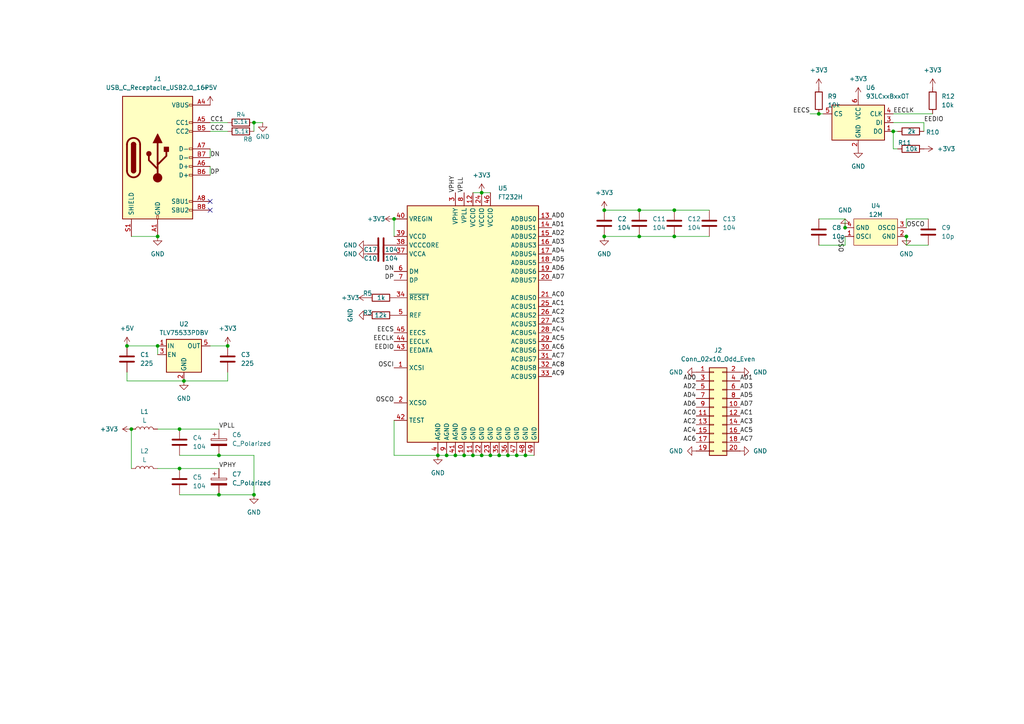
<source format=kicad_sch>
(kicad_sch (version 20231120) (generator "eeschema") (generator_version "8.0")
  (paper "A4")
  (lib_symbols
    (symbol "Connector:USB_C_Receptacle_USB2.0_16P" (pin_names (offset 1.016))
      (property "Reference" "J" (at 0 22.225 0))
      (property "Value" "USB_C_Receptacle_USB2.0_16P" (at 0 19.685 0))
      (symbol "USB_C_Receptacle_USB2.0_16P_0_0"
        (rectangle (start -0.254 -17.78) (end 0.254 -16.764))
        (rectangle (start 10.16 -14.986) (end 9.144 -15.494))
        (rectangle (start 10.16 -12.446) (end 9.144 -12.954))
        (rectangle (start 10.16 -4.826) (end 9.144 -5.334))
        (rectangle (start 10.16 -2.286) (end 9.144 -2.794))
        (rectangle (start 10.16 0.254) (end 9.144 -0.254))
        (rectangle (start 10.16 2.794) (end 9.144 2.286))
        (rectangle (start 10.16 7.874) (end 9.144 7.366))
        (rectangle (start 10.16 10.414) (end 9.144 9.906))
        (rectangle (start 10.16 15.494) (end 9.144 14.986))
      )
      (symbol "USB_C_Receptacle_USB2.0_16P_0_1"
        (rectangle (start -10.16 17.78) (end 10.16 -17.78) (stroke (width 0.254)) (fill (type background)))
        (arc (start -8.89 -3.81) (mid -6.985 -5.7067) (end -5.08 -3.81) (stroke (width 0.508)))
        (arc (start -7.62 -3.81) (mid -6.985 -4.4423) (end -6.35 -3.81) (stroke (width 0.254)))
        (arc (start -7.62 -3.81) (mid -6.985 -4.4423) (end -6.35 -3.81) (stroke (width 0.254)) (fill (type outline)))
        (rectangle (start -7.62 -3.81) (end -6.35 3.81) (stroke (width 0.254)) (fill (type outline)))
        (arc (start -6.35 3.81) (mid -6.985 4.4423) (end -7.62 3.81) (stroke (width 0.254)))
        (arc (start -6.35 3.81) (mid -6.985 4.4423) (end -7.62 3.81) (stroke (width 0.254)) (fill (type outline)))
        (arc (start -5.08 3.81) (mid -6.985 5.7067) (end -8.89 3.81) (stroke (width 0.508)))
        (circle (center -2.54 1.143) (radius 0.635) (stroke (width 0.254)) (fill (type outline)))
        (circle (center 0 -5.842) (radius 1.27) (fill (type outline)))
        (polyline (pts (xy -8.89 -3.81) (xy -8.89 3.81)) (stroke (width 0.508)))
        (polyline (pts (xy -5.08 3.81) (xy -5.08 -3.81)) (stroke (width 0.508)))
        (polyline (pts (xy 0 -5.842) (xy 0 4.318)) (stroke (width 0.508)))
        (polyline (pts (xy 0 -3.302) (xy -2.54 -0.762) (xy -2.54 0.508)) (stroke (width 0.508)))
        (polyline (pts (xy 0 -2.032) (xy 2.54 0.508) (xy 2.54 1.778)) (stroke (width 0.508)))
        (polyline (pts (xy -1.27 4.318) (xy 0 6.858) (xy 1.27 4.318) (xy -1.27 4.318)) (stroke (width 0.254)) (fill (type outline)))
        (rectangle (start 1.905 1.778) (end 3.175 3.048) (stroke (width 0.254)) (fill (type outline)))
      )
      (symbol "USB_C_Receptacle_USB2.0_16P_1_1"
        (pin passive line (at 0 -22.86 90) (length 5.08) (name "GND") (number "A1"))
        (pin passive line (at 0 -22.86 90) (length 5.08) hide (name "GND") (number "A12"))
        (pin passive line (at 15.24 15.24 180) (length 5.08) (name "VBUS") (number "A4"))
        (pin bidirectional line (at 15.24 10.16 180) (length 5.08) (name "CC1") (number "A5"))
        (pin bidirectional line (at 15.24 -2.54 180) (length 5.08) (name "D+") (number "A6"))
        (pin bidirectional line (at 15.24 2.54 180) (length 5.08) (name "D-") (number "A7"))
        (pin bidirectional line (at 15.24 -12.7 180) (length 5.08) (name "SBU1") (number "A8"))
        (pin passive line (at 15.24 15.24 180) (length 5.08) hide (name "VBUS") (number "A9"))
        (pin passive line (at 0 -22.86 90) (length 5.08) hide (name "GND") (number "B1"))
        (pin passive line (at 0 -22.86 90) (length 5.08) hide (name "GND") (number "B12"))
        (pin passive line (at 15.24 15.24 180) (length 5.08) hide (name "VBUS") (number "B4"))
        (pin bidirectional line (at 15.24 7.62 180) (length 5.08) (name "CC2") (number "B5"))
        (pin bidirectional line (at 15.24 -5.08 180) (length 5.08) (name "D+") (number "B6"))
        (pin bidirectional line (at 15.24 0 180) (length 5.08) (name "D-") (number "B7"))
        (pin bidirectional line (at 15.24 -15.24 180) (length 5.08) (name "SBU2") (number "B8"))
        (pin passive line (at 15.24 15.24 180) (length 5.08) hide (name "VBUS") (number "B9"))
        (pin passive line (at -7.62 -22.86 90) (length 5.08) (name "SHIELD") (number "S1"))
      )
    )
    (symbol "Connector_Generic:Conn_02x10_Odd_Even" (pin_names (offset 1.016) hide)
      (property "Reference" "J" (at 1.27 12.7 0))
      (property "Value" "Conn_02x10_Odd_Even" (at 1.27 -15.24 0))
      (symbol "Conn_02x10_Odd_Even_1_1"
        (rectangle (start -1.27 -12.573) (end 0 -12.827) (stroke (width 0.1524)))
        (rectangle (start -1.27 -10.033) (end 0 -10.287) (stroke (width 0.1524)))
        (rectangle (start -1.27 -7.493) (end 0 -7.747) (stroke (width 0.1524)))
        (rectangle (start -1.27 -4.953) (end 0 -5.207) (stroke (width 0.1524)))
        (rectangle (start -1.27 -2.413) (end 0 -2.667) (stroke (width 0.1524)))
        (rectangle (start -1.27 0.127) (end 0 -0.127) (stroke (width 0.1524)))
        (rectangle (start -1.27 2.667) (end 0 2.413) (stroke (width 0.1524)))
        (rectangle (start -1.27 5.207) (end 0 4.953) (stroke (width 0.1524)))
        (rectangle (start -1.27 7.747) (end 0 7.493) (stroke (width 0.1524)))
        (rectangle (start -1.27 10.287) (end 0 10.033) (stroke (width 0.1524)))
        (rectangle (start -1.27 11.43) (end 3.81 -13.97) (stroke (width 0.254)) (fill (type background)))
        (rectangle (start 3.81 -12.573) (end 2.54 -12.827) (stroke (width 0.1524)))
        (rectangle (start 3.81 -10.033) (end 2.54 -10.287) (stroke (width 0.1524)))
        (rectangle (start 3.81 -7.493) (end 2.54 -7.747) (stroke (width 0.1524)))
        (rectangle (start 3.81 -4.953) (end 2.54 -5.207) (stroke (width 0.1524)))
        (rectangle (start 3.81 -2.413) (end 2.54 -2.667) (stroke (width 0.1524)))
        (rectangle (start 3.81 0.127) (end 2.54 -0.127) (stroke (width 0.1524)))
        (rectangle (start 3.81 2.667) (end 2.54 2.413) (stroke (width 0.1524)))
        (rectangle (start 3.81 5.207) (end 2.54 4.953) (stroke (width 0.1524)))
        (rectangle (start 3.81 7.747) (end 2.54 7.493) (stroke (width 0.1524)))
        (rectangle (start 3.81 10.287) (end 2.54 10.033) (stroke (width 0.1524)))
        (pin passive line (at -5.08 10.16 0) (length 3.81) (name "Pin_1") (number "1"))
        (pin passive line (at 7.62 0 180) (length 3.81) (name "Pin_10") (number "10"))
        (pin passive line (at -5.08 -2.54 0) (length 3.81) (name "Pin_11") (number "11"))
        (pin passive line (at 7.62 -2.54 180) (length 3.81) (name "Pin_12") (number "12"))
        (pin passive line (at -5.08 -5.08 0) (length 3.81) (name "Pin_13") (number "13"))
        (pin passive line (at 7.62 -5.08 180) (length 3.81) (name "Pin_14") (number "14"))
        (pin passive line (at -5.08 -7.62 0) (length 3.81) (name "Pin_15") (number "15"))
        (pin passive line (at 7.62 -7.62 180) (length 3.81) (name "Pin_16") (number "16"))
        (pin passive line (at -5.08 -10.16 0) (length 3.81) (name "Pin_17") (number "17"))
        (pin passive line (at 7.62 -10.16 180) (length 3.81) (name "Pin_18") (number "18"))
        (pin passive line (at -5.08 -12.7 0) (length 3.81) (name "Pin_19") (number "19"))
        (pin passive line (at 7.62 10.16 180) (length 3.81) (name "Pin_2") (number "2"))
        (pin passive line (at 7.62 -12.7 180) (length 3.81) (name "Pin_20") (number "20"))
        (pin passive line (at -5.08 7.62 0) (length 3.81) (name "Pin_3") (number "3"))
        (pin passive line (at 7.62 7.62 180) (length 3.81) (name "Pin_4") (number "4"))
        (pin passive line (at -5.08 5.08 0) (length 3.81) (name "Pin_5") (number "5"))
        (pin passive line (at 7.62 5.08 180) (length 3.81) (name "Pin_6") (number "6"))
        (pin passive line (at -5.08 2.54 0) (length 3.81) (name "Pin_7") (number "7"))
        (pin passive line (at 7.62 2.54 180) (length 3.81) (name "Pin_8") (number "8"))
        (pin passive line (at -5.08 0 0) (length 3.81) (name "Pin_9") (number "9"))
      )
    )
    (symbol "Device:C" (pin_numbers hide) (pin_names (offset 0.254))
      (property "Reference" "C" (at 0.635 2.54 0))
      (property "Value" "C" (at 0.635 -2.54 0))
      (symbol "C_0_1"
        (polyline (pts (xy -2.032 -0.762) (xy 2.032 -0.762)) (stroke (width 0.508)))
        (polyline (pts (xy -2.032 0.762) (xy 2.032 0.762)) (stroke (width 0.508)))
      )
      (symbol "C_1_1"
        (pin passive line (at 0 3.81 270) (length 2.794) (name "~") (number "1"))
        (pin passive line (at 0 -3.81 90) (length 2.794) (name "~") (number "2"))
      )
    )
    (symbol "Device:C_Polarized" (pin_numbers hide) (pin_names (offset 0.254))
      (property "Reference" "C" (at 0.635 2.54 0))
      (property "Value" "C_Polarized" (at 0.635 -2.54 0))
      (symbol "C_Polarized_0_1"
        (rectangle (start -2.286 0.508) (end 2.286 1.016))
        (polyline (pts (xy -1.778 2.286) (xy -0.762 2.286)))
        (polyline (pts (xy -1.27 2.794) (xy -1.27 1.778)))
        (rectangle (start 2.286 -0.508) (end -2.286 -1.016) (fill (type outline)))
      )
      (symbol "C_Polarized_1_1"
        (pin passive line (at 0 3.81 270) (length 2.794) (name "~") (number "1"))
        (pin passive line (at 0 -3.81 90) (length 2.794) (name "~") (number "2"))
      )
    )
    (symbol "Device:L" (pin_numbers hide) (pin_names (offset 1.016) hide)
      (property "Reference" "L" (at -1.27 0 90))
      (property "Value" "L" (at 1.905 0 90))
      (symbol "L_0_1"
        (arc (start 0 -2.54) (mid 0.6323 -1.905) (end 0 -1.27))
        (arc (start 0 -1.27) (mid 0.6323 -0.635) (end 0 0))
        (arc (start 0 0) (mid 0.6323 0.635) (end 0 1.27))
        (arc (start 0 1.27) (mid 0.6323 1.905) (end 0 2.54))
      )
      (symbol "L_1_1"
        (pin passive line (at 0 3.81 270) (length 1.27) (name "1") (number "1"))
        (pin passive line (at 0 -3.81 90) (length 1.27) (name "2") (number "2"))
      )
    )
    (symbol "Device:R" (pin_numbers hide) (pin_names (offset 0))
      (property "Reference" "R" (at 2.032 0 90))
      (property "Value" "R" (at 0 0 90))
      (symbol "R_0_1"
        (rectangle (start -1.016 -2.54) (end 1.016 2.54) (stroke (width 0.254)))
      )
      (symbol "R_1_1"
        (pin passive line (at 0 3.81 270) (length 1.27) (name "~") (number "1"))
        (pin passive line (at 0 -3.81 90) (length 1.27) (name "~") (number "2"))
      )
    )
    (symbol "Interface_USB:FT232H"
      (property "Reference" "U5" (at 7.2741 39.37 0))
      (property "Value" "FT232H" (at 7.2741 36.83 0))
      (symbol "FT232H_0_1"
        (rectangle (start -19.05 34.29) (end 19.05 -34.29) (stroke (width 0.254)) (fill (type background)))
      )
      (symbol "FT232H_1_1"
        (pin input line (at -22.86 -12.7 0) (length 3.81) (name "XCSI") (number "1"))
        (pin power_in line (at -2.54 -38.1 90) (length 3.81) (name "GND") (number "10"))
        (pin power_in line (at 0 -38.1 90) (length 3.81) (name "GND") (number "11"))
        (pin power_in line (at 0 38.1 270) (length 3.81) (name "VCCIO") (number "12"))
        (pin bidirectional line (at 22.86 30.48 180) (length 3.81) (name "ADBUS0") (number "13"))
        (pin bidirectional line (at 22.86 27.94 180) (length 3.81) (name "ADBUS1") (number "14"))
        (pin bidirectional line (at 22.86 25.4 180) (length 3.81) (name "ADBUS2") (number "15"))
        (pin bidirectional line (at 22.86 22.86 180) (length 3.81) (name "ADBUS3") (number "16"))
        (pin bidirectional line (at 22.86 20.32 180) (length 3.81) (name "ADBUS4") (number "17"))
        (pin bidirectional line (at 22.86 17.78 180) (length 3.81) (name "ADBUS5") (number "18"))
        (pin bidirectional line (at 22.86 15.24 180) (length 3.81) (name "ADBUS6") (number "19"))
        (pin output line (at -22.86 -22.86 0) (length 3.81) (name "XCSO") (number "2"))
        (pin bidirectional line (at 22.86 12.7 180) (length 3.81) (name "ADBUS7") (number "20"))
        (pin bidirectional line (at 22.86 7.62 180) (length 3.81) (name "ACBUS0") (number "21"))
        (pin power_in line (at 2.54 -38.1 90) (length 3.81) (name "GND") (number "22"))
        (pin power_in line (at 5.08 -38.1 90) (length 3.81) (name "GND") (number "23"))
        (pin power_in line (at 2.54 38.1 270) (length 3.81) (name "VCCIO") (number "24"))
        (pin bidirectional line (at 22.86 5.08 180) (length 3.81) (name "ACBUS1") (number "25"))
        (pin bidirectional line (at 22.86 2.54 180) (length 3.81) (name "ACBUS2") (number "26"))
        (pin bidirectional line (at 22.86 0 180) (length 3.81) (name "ACBUS3") (number "27"))
        (pin bidirectional line (at 22.86 -2.54 180) (length 3.81) (name "ACBUS4") (number "28"))
        (pin bidirectional line (at 22.86 -5.08 180) (length 3.81) (name "ACBUS5") (number "29"))
        (pin power_in line (at -5.08 38.1 270) (length 3.81) (name "VPHY") (number "3"))
        (pin bidirectional line (at 22.86 -7.62 180) (length 3.81) (name "ACBUS6") (number "30"))
        (pin bidirectional line (at 22.86 -10.16 180) (length 3.81) (name "ACBUS7") (number "31"))
        (pin bidirectional line (at 22.86 -12.7 180) (length 3.81) (name "ACBUS8") (number "32"))
        (pin bidirectional line (at 22.86 -15.24 180) (length 3.81) (name "ACBUS9") (number "33"))
        (pin input line (at -22.86 7.62 0) (length 3.81) (name "~{RESET}") (number "34"))
        (pin power_in line (at 7.62 -38.1 90) (length 3.81) (name "GND") (number "35"))
        (pin power_in line (at 10.16 -38.1 90) (length 3.81) (name "GND") (number "36"))
        (pin power_out line (at -22.86 20.32 0) (length 3.81) (name "VCCA") (number "37"))
        (pin power_out line (at -22.86 22.86 0) (length 3.81) (name "VCCCORE") (number "38"))
        (pin power_in line (at -22.86 25.4 0) (length 3.81) (name "VCCD") (number "39"))
        (pin power_in line (at -10.16 -38.1 90) (length 3.81) (name "AGND") (number "4"))
        (pin power_in line (at -22.86 30.48 0) (length 3.81) (name "VREGIN") (number "40"))
        (pin power_in line (at -5.08 -38.1 90) (length 3.81) (name "AGND") (number "41"))
        (pin input line (at -22.86 -27.94 0) (length 3.81) (name "TEST") (number "42"))
        (pin bidirectional line (at -22.86 -7.62 0) (length 3.81) (name "EEDATA") (number "43"))
        (pin input line (at -22.86 -5.08 0) (length 3.81) (name "EECLK") (number "44"))
        (pin input line (at -22.86 -2.54 0) (length 3.81) (name "EECS") (number "45"))
        (pin power_in line (at 5.08 38.1 270) (length 3.81) (name "VCCIO") (number "46"))
        (pin power_in line (at 12.7 -38.1 90) (length 3.81) (name "GND") (number "47"))
        (pin power_in line (at 15.24 -38.1 90) (length 3.81) (name "GND") (number "48"))
        (pin power_in line (at 17.78 -38.1 90) (length 3.81) (name "GND") (number "49"))
        (pin input line (at -22.86 2.54 0) (length 3.81) (name "REF") (number "5"))
        (pin bidirectional line (at -22.86 15.24 0) (length 3.81) (name "DM") (number "6"))
        (pin bidirectional line (at -22.86 12.7 0) (length 3.81) (name "DP") (number "7"))
        (pin power_in line (at -2.54 38.1 270) (length 3.81) (name "VPLL") (number "8"))
        (pin power_in line (at -7.62 -38.1 90) (length 3.81) (name "AGND") (number "9"))
      )
    )
    (symbol "Memory_EEPROM:93LCxxBxxOT"
      (property "Reference" "U" (at -6.35 6.35 0))
      (property "Value" "93LCxxBxxOT" (at 7.62 -6.35 0))
      (symbol "93LCxxBxxOT_0_1"
        (rectangle (start -7.62 5.08) (end 7.62 -5.08) (stroke (width 0.254)) (fill (type background)))
      )
      (symbol "93LCxxBxxOT_1_1"
        (pin tri_state line (at 10.16 -2.54 180) (length 2.54) (name "DO") (number "1"))
        (pin power_in line (at 0 -7.62 90) (length 2.54) (name "GND") (number "2"))
        (pin input line (at 10.16 0 180) (length 2.54) (name "DI") (number "3"))
        (pin input line (at 10.16 2.54 180) (length 2.54) (name "CLK") (number "4"))
        (pin input line (at -10.16 2.54 0) (length 2.54) (name "CS") (number "5"))
        (pin power_in line (at 0 7.62 270) (length 2.54) (name "VCC") (number "6"))
      )
    )
    (symbol "Regulator_Linear:TLV75533PDBV" (pin_names (offset 0.254))
      (property "Reference" "U" (at -3.81 5.715 0))
      (property "Value" "TLV75533PDBV" (at 0 5.715 0))
      (symbol "TLV75533PDBV_0_1"
        (rectangle (start -5.08 4.445) (end 5.08 -5.08) (stroke (width 0.254)) (fill (type background)))
      )
      (symbol "TLV75533PDBV_1_1"
        (pin power_in line (at -7.62 2.54 0) (length 2.54) (name "IN") (number "1"))
        (pin power_in line (at 0 -7.62 90) (length 2.54) (name "GND") (number "2"))
        (pin input line (at -7.62 0 0) (length 2.54) (name "EN") (number "3"))
        (pin no_connect line (at 5.08 0 180) (length 2.54) hide (name "NC") (number "4"))
        (pin power_out line (at 7.62 2.54 180) (length 2.54) (name "OUT") (number "5"))
      )
    )
    (symbol "power:+3V3" (power) (pin_numbers hide) (pin_names (offset 0) hide)
      (property "Value" "+3V3" (at 0 3.556 0))
      (symbol "+3V3_0_1"
        (polyline (pts (xy -0.762 1.27) (xy 0 2.54)))
        (polyline (pts (xy 0 0) (xy 0 2.54)))
        (polyline (pts (xy 0 2.54) (xy 0.762 1.27)))
      )
      (symbol "+3V3_1_1"
        (pin power_in line (at 0 0 90) (length 0) (name "~") (number "1"))
      )
    )
    (symbol "power:+5V" (power) (pin_numbers hide) (pin_names (offset 0) hide)
      (property "Value" "+5V" (at 0 3.556 0))
      (symbol "+5V_0_1"
        (polyline (pts (xy -0.762 1.27) (xy 0 2.54)))
        (polyline (pts (xy 0 0) (xy 0 2.54)))
        (polyline (pts (xy 0 2.54) (xy 0.762 1.27)))
      )
      (symbol "+5V_1_1"
        (pin power_in line (at 0 0 90) (length 0) (name "~") (number "1"))
      )
    )
    (symbol "power:GND" (power) (pin_numbers hide) (pin_names (offset 0) hide)
      (property "Value" "GND" (at 0 -3.81 0))
      (symbol "GND_0_1"
        (polyline (pts (xy 0 0) (xy 0 -1.27) (xy 1.27 -1.27) (xy 0 -2.54) (xy -1.27 -1.27) (xy 0 -1.27)))
      )
      (symbol "GND_1_1"
        (pin power_in line (at 0 0 270) (length 0) (name "~") (number "1"))
      )
    )
    (symbol "self:OSC"
      (property "Reference" "U" (at 0 5.334 0))
      (symbol "OSC_1_1"
        (polyline (pts (xy -6.35 3.81) (xy -6.35 -3.81) (xy 6.35 -3.81) (xy 6.35 3.81) (xy -6.35 3.81)) (fill (type background)))
        (pin input line (at -8.89 -1.27 0) (length 2.54) (name "OSCI") (number "1"))
        (pin input line (at 8.89 -1.27 180) (length 2.54) (name "GND") (number "2"))
        (pin input line (at 8.89 1.27 180) (length 2.54) (name "OSCO") (number "3"))
        (pin input line (at -8.89 1.27 0) (length 2.54) (name "GND") (number "4"))
      )
    )
  )
  (junction (at 185.42 60.96))
  (junction (at 73.66 35.56))
  (junction (at 52.07 124.46))
  (junction (at 139.7 132.08))
  (junction (at 144.78 132.08))
  (junction (at 36.83 100.33))
  (junction (at 38.1 124.46))
  (junction (at 134.62 132.08))
  (junction (at 237.49 33.02))
  (junction (at 147.32 132.08))
  (junction (at 175.26 60.96))
  (junction (at 259.08 38.1))
  (junction (at 152.4 132.08))
  (junction (at 139.7 55.88))
  (junction (at 63.5 132.08))
  (junction (at 45.72 68.58))
  (junction (at 142.24 132.08))
  (junction (at 185.42 68.58))
  (junction (at 52.07 135.89))
  (junction (at 262.89 68.58))
  (junction (at 175.26 68.58))
  (junction (at 137.16 132.08))
  (junction (at 245.11 66.04))
  (junction (at 66.04 100.33))
  (junction (at 132.08 132.08))
  (junction (at 45.72 100.33))
  (junction (at 114.3 63.5))
  (junction (at 53.34 110.49))
  (junction (at 195.58 60.96))
  (junction (at 73.66 143.51))
  (junction (at 63.5 143.51))
  (junction (at 195.58 68.58))
  (junction (at 149.86 132.08))
  (junction (at 129.54 132.08))
  (junction (at 127 132.08))
  (no_connect (at 60.96 58.42))
  (no_connect (at 60.96 60.96))
  (wire (pts (xy 63.5 132.08) (xy 73.66 132.08)))
  (wire (pts (xy 127 132.08) (xy 129.54 132.08)))
  (wire (pts (xy 73.66 35.56) (xy 73.66 38.1)))
  (wire (pts (xy 260.35 38.1) (xy 259.08 38.1)))
  (wire (pts (xy 73.66 132.08) (xy 73.66 143.51)))
  (wire (pts (xy 132.08 132.08) (xy 134.62 132.08)))
  (wire (pts (xy 38.1 124.46) (xy 38.1 135.89)))
  (wire (pts (xy 237.49 33.02) (xy 238.76 33.02)))
  (wire (pts (xy 152.4 132.08) (xy 154.94 132.08)))
  (wire (pts (xy 60.96 38.1) (xy 66.04 38.1)))
  (wire (pts (xy 66.04 107.95) (xy 66.04 110.49)))
  (wire (pts (xy 245.11 63.5) (xy 245.11 66.04)))
  (wire (pts (xy 114.3 121.92) (xy 114.3 132.08)))
  (wire (pts (xy 267.97 35.56) (xy 267.97 38.1)))
  (wire (pts (xy 139.7 132.08) (xy 142.24 132.08)))
  (wire (pts (xy 129.54 132.08) (xy 132.08 132.08)))
  (wire (pts (xy 195.58 60.96) (xy 205.74 60.96)))
  (wire (pts (xy 63.5 143.51) (xy 73.66 143.51)))
  (wire (pts (xy 144.78 132.08) (xy 147.32 132.08)))
  (wire (pts (xy 262.89 71.12) (xy 262.89 68.58)))
  (wire (pts (xy 259.08 35.56) (xy 267.97 35.56)))
  (wire (pts (xy 52.07 124.46) (xy 63.5 124.46)))
  (wire (pts (xy 36.83 110.49) (xy 53.34 110.49)))
  (wire (pts (xy 60.96 45.72) (xy 60.96 43.18)))
  (wire (pts (xy 139.7 55.88) (xy 142.24 55.88)))
  (wire (pts (xy 45.72 124.46) (xy 52.07 124.46)))
  (wire (pts (xy 52.07 143.51) (xy 63.5 143.51)))
  (wire (pts (xy 52.07 132.08) (xy 63.5 132.08)))
  (wire (pts (xy 147.32 132.08) (xy 149.86 132.08)))
  (wire (pts (xy 185.42 60.96) (xy 195.58 60.96)))
  (wire (pts (xy 175.26 68.58) (xy 185.42 68.58)))
  (wire (pts (xy 269.24 63.5) (xy 262.89 63.5)))
  (wire (pts (xy 134.62 132.08) (xy 137.16 132.08)))
  (wire (pts (xy 66.04 110.49) (xy 53.34 110.49)))
  (wire (pts (xy 195.58 68.58) (xy 205.74 68.58)))
  (wire (pts (xy 45.72 100.33) (xy 45.72 102.87)))
  (wire (pts (xy 149.86 132.08) (xy 152.4 132.08)))
  (wire (pts (xy 237.49 71.12) (xy 245.11 71.12)))
  (wire (pts (xy 60.96 48.26) (xy 60.96 50.8)))
  (wire (pts (xy 114.3 63.5) (xy 114.3 68.58)))
  (wire (pts (xy 142.24 132.08) (xy 144.78 132.08)))
  (wire (pts (xy 36.83 107.95) (xy 36.83 110.49)))
  (wire (pts (xy 137.16 132.08) (xy 139.7 132.08)))
  (wire (pts (xy 52.07 135.89) (xy 63.5 135.89)))
  (wire (pts (xy 73.66 35.56) (xy 76.2 35.56)))
  (wire (pts (xy 185.42 60.96) (xy 175.26 60.96)))
  (wire (pts (xy 38.1 68.58) (xy 45.72 68.58)))
  (wire (pts (xy 45.72 135.89) (xy 52.07 135.89)))
  (wire (pts (xy 114.3 132.08) (xy 127 132.08)))
  (wire (pts (xy 262.89 63.5) (xy 262.89 66.04)))
  (wire (pts (xy 137.16 55.88) (xy 139.7 55.88)))
  (wire (pts (xy 245.11 71.12) (xy 245.11 68.58)))
  (wire (pts (xy 269.24 71.12) (xy 262.89 71.12)))
  (wire (pts (xy 237.49 63.5) (xy 245.11 63.5)))
  (wire (pts (xy 259.08 43.18) (xy 260.35 43.18)))
  (wire (pts (xy 259.08 38.1) (xy 259.08 43.18)))
  (wire (pts (xy 60.96 35.56) (xy 66.04 35.56)))
  (wire (pts (xy 185.42 68.58) (xy 195.58 68.58)))
  (wire (pts (xy 36.83 100.33) (xy 45.72 100.33)))
  (wire (pts (xy 234.95 33.02) (xy 237.49 33.02)))
  (wire (pts (xy 259.08 33.02) (xy 270.51 33.02)))
  (wire (pts (xy 60.96 100.33) (xy 66.04 100.33)))
  (label "AC1" (at 214.63 120.65 0))
  (label "AC9" (at 160.02 109.22 0))
  (label "VPLL" (at 63.5 124.46 0))
  (label "DP" (at 60.96 50.8 0))
  (label "AD2" (at 201.93 113.03 180))
  (label "EECLK" (at 114.3 99.06 180))
  (label "EECS" (at 114.3 96.52 180))
  (label "VPHY" (at 63.5 135.89 0))
  (label "AC4" (at 160.02 96.52 0))
  (label "AC7" (at 214.63 128.27 0))
  (label "AC5" (at 214.63 125.73 0))
  (label "AC6" (at 201.93 128.27 180))
  (label "OSCO" (at 114.3 116.84 180))
  (label "AC4" (at 201.93 125.73 180))
  (label "AC0" (at 201.93 120.65 180))
  (label "OSCI" (at 245.11 68.58 270))
  (label "AC3" (at 214.63 123.19 0))
  (label "AC8" (at 160.02 106.68 0))
  (label "AC5" (at 160.02 99.06 0))
  (label "AD2" (at 160.02 68.58 0))
  (label "AC1" (at 160.02 88.9 0))
  (label "AC6" (at 160.02 101.6 0))
  (label "AD7" (at 214.63 118.11 0))
  (label "VPLL" (at 134.62 55.88 90))
  (label "AC7" (at 160.02 104.14 0))
  (label "AD5" (at 214.63 115.57 0))
  (label "CC1" (at 60.96 35.56 0))
  (label "AD5" (at 160.02 76.2 0))
  (label "AC0" (at 160.02 86.36 0))
  (label "EEDIO" (at 267.97 35.56 0))
  (label "OSCO" (at 262.89 66.04 0))
  (label "DP" (at 114.3 81.28 180))
  (label "AD7" (at 160.02 81.28 0))
  (label "AD4" (at 201.93 115.57 180))
  (label "DN" (at 114.3 78.74 180))
  (label "AD3" (at 160.02 71.12 0))
  (label "EECS" (at 234.95 33.02 180))
  (label "AD3" (at 214.63 113.03 0))
  (label "AC2" (at 160.02 91.44 0))
  (label "EECLK" (at 259.08 33.02 0))
  (label "AD1" (at 160.02 66.04 0))
  (label "DN" (at 60.96 45.72 0))
  (label "AD4" (at 160.02 73.66 0))
  (label "AC3" (at 160.02 93.98 0))
  (label "AD6" (at 160.02 78.74 0))
  (label "AC2" (at 201.93 123.19 180))
  (label "AD1" (at 214.63 110.49 0))
  (label "CC2" (at 60.96 38.1 0))
  (label "AD0" (at 201.93 110.49 180))
  (label "EEDIO" (at 114.3 101.6 180))
  (label "AD6" (at 201.93 118.11 180))
  (label "OSCI" (at 114.3 106.68 180))
  (label "AD0" (at 160.02 63.5 0))
  (label "VPHY" (at 132.08 55.88 90))
  (symbol (lib_id "Device:L") (at 41.91 124.46 90) (unit 1)
    (property "Reference" "L1" (at 41.91 119.38 90))
    (property "Value" "L" (at 41.91 121.92 90))
    (property "Footprint" "Inductor_SMD:L_0603_1608Metric" (effects (hide yes)))
    (property "Description" "Inductor" (effects (hide yes)))
  )
  (symbol (lib_id "Connector_Generic:Conn_02x10_Odd_Even") (at 207.01 118.11 0) (unit 1)
    (property "Reference" "J2" (at 208.28 101.6 0))
    (property "Value" "Conn_02x10_Odd_Even" (at 208.28 104.14 0))
    (property "Footprint" "Connector_PinHeader_2.54mm:PinHeader_2x10_P2.54mm_Vertical" (effects (hide yes)))
    (property "Description" "Generic connector, double row, 02x10, odd/even pin numbering scheme (row 1 odd numbers, row 2 even numbers), script generated (kicad-library-utils/schlib/autogen/connector/)" (effects (hide yes)))
  )
  (symbol (lib_id "Device:L") (at 41.91 135.89 90) (unit 1)
    (property "Reference" "L2" (at 41.91 130.81 90))
    (property "Value" "L" (at 41.91 133.35 90))
    (property "Footprint" "Inductor_SMD:L_0603_1608Metric" (effects (hide yes)))
    (property "Description" "Inductor" (effects (hide yes)))
  )
  (symbol (lib_id "Device:C_Polarized") (at 63.5 139.7 0) (unit 1)
    (property "Reference" "C7" (at 67.31 137.5409 0) (effects (justify left)))
    (property "Value" "C_Polarized" (at 67.31 140.0809 0) (effects (justify left)))
    (property "Footprint" "Capacitor_SMD:C_0603_1608Metric" (effects (hide yes)))
    (property "Description" "Polarized capacitor" (effects (hide yes)))
  )
  (symbol (lib_id "Device:C") (at 269.24 67.31 180) (unit 1)
    (property "Reference" "C9" (at 273.05 66.0399 0) (effects (justify right)))
    (property "Value" "10p" (at 273.05 68.5799 0) (effects (justify right)))
    (property "Footprint" "Capacitor_SMD:C_0402_1005Metric" (effects (hide yes)))
    (property "Description" "Unpolarized capacitor" (effects (hide yes)))
  )
  (symbol (lib_id "power:GND") (at 201.93 107.95 270) (unit 1)
    (property "Reference" "#PWR010" (effects (hide yes)))
    (property "Value" "GND" (at 198.12 107.9499 90) (effects (justify right)))
    (property "Description" "Power symbol creates a global label with name \"GND\" , ground" (effects (hide yes)))
  )
  (symbol (lib_id "power:GND") (at 45.72 68.58 0) (unit 1)
    (property "Reference" "#PWR03" (effects (hide yes)))
    (property "Value" "GND" (at 45.72 73.66 0))
    (property "Description" "Power symbol creates a global label with name \"GND\" , ground" (effects (hide yes)))
  )
  (symbol (lib_id "Regulator_Linear:TLV75533PDBV") (at 53.34 102.87 0) (unit 1)
    (property "Reference" "U2" (at 53.34 93.98 0))
    (property "Value" "TLV75533PDBV" (at 53.34 96.52 0))
    (property "Footprint" "Package_TO_SOT_SMD:SOT-23-5" (effects (hide yes)))
    (property "Datasheet" "http://www.ti.com/lit/ds/symlink/tlv755p.pdf" (effects (hide yes)))
    (property "Description" "500mA Low Dropout Voltage Regulator, Fixed Output 3.3V, SOT-23-5" (effects (hide yes)))
  )
  (symbol (lib_id "Device:R") (at 110.49 91.44 270) (unit 1)
    (property "Reference" "R3" (at 107.95 90.678 90) (effects (justify right)))
    (property "Value" "12k" (at 112.268 91.44 90) (effects (justify right)))
    (property "Footprint" "Resistor_SMD:R_0402_1005Metric" (effects (hide yes)))
    (property "Description" "Resistor" (effects (hide yes)))
  )
  (symbol (lib_id "Device:C_Polarized") (at 63.5 128.27 0) (unit 1)
    (property "Reference" "C6" (at 67.31 126.1109 0) (effects (justify left)))
    (property "Value" "C_Polarized" (at 67.31 128.6509 0) (effects (justify left)))
    (property "Footprint" "Capacitor_SMD:C_0603_1608Metric" (effects (hide yes)))
    (property "Description" "Polarized capacitor" (effects (hide yes)))
  )
  (symbol (lib_id "power:+3V3") (at 38.1 124.46 90) (unit 1)
    (property "Reference" "#PWR07" (effects (hide yes)))
    (property "Value" "+3V3" (at 34.29 124.4599 90) (effects (justify left)))
    (property "Description" "Power symbol creates a global label with name \"+3V3\"" (effects (hide yes)))
  )
  (symbol (lib_id "Device:C") (at 52.07 139.7 0) (unit 1)
    (property "Reference" "C5" (at 55.88 138.4299 0) (effects (justify left)))
    (property "Value" "104" (at 55.88 140.9699 0) (effects (justify left)))
    (property "Footprint" "Capacitor_SMD:C_0402_1005Metric" (effects (hide yes)))
    (property "Description" "Unpolarized capacitor" (effects (hide yes)))
  )
  (symbol (lib_id "power:GND") (at 245.11 66.04 180) (unit 1)
    (property "Reference" "#PWR023" (effects (hide yes)))
    (property "Value" "GND" (at 245.11 60.96 0))
    (property "Description" "Power symbol creates a global label with name \"GND\" , ground" (effects (hide yes)))
  )
  (symbol (lib_id "power:+3V3") (at 106.68 86.36 90) (unit 1)
    (property "Reference" "#PWR040" (effects (hide yes)))
    (property "Value" "+3V3" (at 101.6 86.36 90))
    (property "Description" "Power symbol creates a global label with name \"+3V3\"" (effects (hide yes)))
  )
  (symbol (lib_id "power:+3V3") (at 175.26 60.96 0) (unit 1)
    (property "Reference" "#PWR028" (effects (hide yes)))
    (property "Value" "+3V3" (at 175.26 55.88 0))
    (property "Description" "Power symbol creates a global label with name \"+3V3\"" (effects (hide yes)))
  )
  (symbol (lib_id "Device:C") (at 110.49 73.66 90) (unit 1)
    (property "Reference" "C10" (at 107.442 74.93 90))
    (property "Value" "104" (at 113.538 74.93 90))
    (property "Footprint" "Capacitor_SMD:C_0402_1005Metric" (effects (hide yes)))
    (property "Description" "Unpolarized capacitor" (effects (hide yes)))
  )
  (symbol (lib_id "power:GND") (at 53.34 110.49 0) (unit 1)
    (property "Reference" "#PWR06" (effects (hide yes)))
    (property "Value" "GND" (at 53.34 115.57 0))
    (property "Description" "Power symbol creates a global label with name \"GND\" , ground" (effects (hide yes)))
  )
  (symbol (lib_id "Device:R") (at 69.85 35.56 90) (unit 1)
    (property "Reference" "R4" (at 69.85 33.274 90))
    (property "Value" "5.1k" (at 69.85 35.306 90))
    (property "Footprint" "Resistor_SMD:R_0402_1005Metric" (effects (hide yes)))
    (property "Description" "Resistor" (effects (hide yes)))
  )
  (symbol (lib_id "Device:C") (at 195.58 64.77 0) (unit 1)
    (property "Reference" "C12" (at 199.39 63.4999 0) (effects (justify left)))
    (property "Value" "104" (at 199.39 66.0399 0) (effects (justify left)))
    (property "Footprint" "Capacitor_SMD:C_0402_1005Metric" (effects (hide yes)))
    (property "Description" "Unpolarized capacitor" (effects (hide yes)))
  )
  (symbol (lib_id "power:GND") (at 73.66 143.51 0) (unit 1)
    (property "Reference" "#PWR05" (effects (hide yes)))
    (property "Value" "GND" (at 73.66 148.59 0))
    (property "Description" "Power symbol creates a global label with name \"GND\" , ground" (effects (hide yes)))
  )
  (symbol (lib_id "power:+3V3") (at 139.7 55.88 0) (unit 1)
    (property "Reference" "#PWR041" (effects (hide yes)))
    (property "Value" "+3V3" (at 139.7 50.8 0))
    (property "Description" "Power symbol creates a global label with name \"+3V3\"" (effects (hide yes)))
  )
  (symbol (lib_id "Device:C") (at 110.49 71.12 90) (unit 1)
    (property "Reference" "C17" (at 107.442 72.39 90))
    (property "Value" "104" (at 113.538 72.39 90))
    (property "Footprint" "Capacitor_SMD:C_0402_1005Metric" (effects (hide yes)))
    (property "Description" "Unpolarized capacitor" (effects (hide yes)))
  )
  (symbol (lib_id "power:GND") (at 214.63 130.81 90) (unit 1)
    (property "Reference" "#PWR016" (effects (hide yes)))
    (property "Value" "GND" (at 218.44 130.8099 90) (effects (justify right)))
    (property "Description" "Power symbol creates a global label with name \"GND\" , ground" (effects (hide yes)))
  )
  (symbol (lib_id "Device:C") (at 52.07 128.27 0) (unit 1)
    (property "Reference" "C4" (at 55.88 126.9999 0) (effects (justify left)))
    (property "Value" "104" (at 55.88 129.5399 0) (effects (justify left)))
    (property "Footprint" "Capacitor_SMD:C_0402_1005Metric" (effects (hide yes)))
    (property "Description" "Unpolarized capacitor" (effects (hide yes)))
  )
  (symbol (lib_id "Device:R") (at 110.49 86.36 90) (unit 1)
    (property "Reference" "R5" (at 107.95 85.09 90) (effects (justify left)))
    (property "Value" "1k" (at 111.76 86.36 90) (effects (justify left)))
    (property "Footprint" "Resistor_SMD:R_0402_1005Metric" (effects (hide yes)))
    (property "Description" "Resistor" (effects (hide yes)))
  )
  (symbol (lib_id "power:GND") (at 248.92 43.18 0) (unit 1)
    (property "Reference" "#PWR015" (effects (hide yes)))
    (property "Value" "GND" (at 248.92 48.26 0))
    (property "Description" "Power symbol creates a global label with name \"GND\" , ground" (effects (hide yes)))
  )
  (symbol (lib_id "Device:R") (at 270.51 29.21 180) (unit 1)
    (property "Reference" "R12" (at 273.05 27.9399 0) (effects (justify right)))
    (property "Value" "10k" (at 273.05 30.4799 0) (effects (justify right)))
    (property "Footprint" "Resistor_SMD:R_0402_1005Metric" (effects (hide yes)))
    (property "Description" "Resistor" (effects (hide yes)))
  )
  (symbol (lib_id "power:GND") (at 127 132.08 0) (unit 1)
    (property "Reference" "#PWR042" (effects (hide yes)))
    (property "Value" "GND" (at 127 137.16 0))
    (property "Description" "Power symbol creates a global label with name \"GND\" , ground" (effects (hide yes)))
  )
  (symbol (lib_id "Memory_EEPROM:93LCxxBxxOT") (at 248.92 35.56 0) (unit 1)
    (property "Reference" "U6" (at 251.1141 25.4 0) (effects (justify left)))
    (property "Value" "93LCxxBxxOT" (at 251.1141 27.94 0) (effects (justify left)))
    (property "Footprint" "Package_TO_SOT_SMD:SOT-23-6" (effects (hide yes)))
    (property "Datasheet" "http://ww1.microchip.com/downloads/en/DeviceDoc/20001749K.pdf" (effects (hide yes)))
    (property "Description" "Serial EEPROM, 93 Series, 2.5V, SOT-23-6" (effects (hide yes)))
  )
  (symbol (lib_id "Device:C") (at 66.04 104.14 0) (unit 1)
    (property "Reference" "C3" (at 69.85 102.8699 0) (effects (justify left)))
    (property "Value" "225" (at 69.85 105.4099 0) (effects (justify left)))
    (property "Footprint" "Capacitor_SMD:C_0402_1005Metric" (effects (hide yes)))
    (property "Description" "Unpolarized capacitor" (effects (hide yes)))
  )
  (symbol (lib_id "power:+3V3") (at 114.3 63.5 90) (unit 1)
    (property "Reference" "#PWR043" (effects (hide yes)))
    (property "Value" "+3V3" (at 111.76 63.4999 90) (effects (justify left)))
    (property "Description" "Power symbol creates a global label with name \"+3V3\"" (effects (hide yes)))
  )
  (symbol (lib_id "power:GND") (at 106.68 91.44 270) (unit 1)
    (property "Reference" "#PWR01" (effects (hide yes)))
    (property "Value" "GND" (at 101.6 91.44 0))
    (property "Description" "Power symbol creates a global label with name \"GND\" , ground" (effects (hide yes)))
  )
  (symbol (lib_id "power:+3V3") (at 248.92 27.94 0) (unit 1)
    (property "Reference" "#PWR014" (effects (hide yes)))
    (property "Value" "+3V3" (at 248.92 22.86 0))
    (property "Description" "Power symbol creates a global label with name \"+3V3\"" (effects (hide yes)))
  )
  (symbol (lib_id "power:+3V3") (at 66.04 100.33 0) (unit 1)
    (property "Reference" "#PWR09" (effects (hide yes)))
    (property "Value" "+3V3" (at 66.04 95.25 0))
    (property "Description" "Power symbol creates a global label with name \"+3V3\"" (effects (hide yes)))
  )
  (symbol (lib_id "power:GND") (at 106.68 73.66 270) (unit 1)
    (property "Reference" "#PWR044" (effects (hide yes)))
    (property "Value" "GND" (at 101.6 73.66 90))
    (property "Description" "Power symbol creates a global label with name \"GND\" , ground" (effects (hide yes)))
  )
  (symbol (lib_id "power:GND") (at 106.68 71.12 270) (unit 1)
    (property "Reference" "#PWR045" (effects (hide yes)))
    (property "Value" "GND" (at 101.6 71.12 90))
    (property "Description" "Power symbol creates a global label with name \"GND\" , ground" (effects (hide yes)))
  )
  (symbol (lib_id "Interface_USB:FT232H") (at 137.16 93.98 0) (unit 1)
    (property "Reference" "U5" (at 144.4341 54.61 0) (effects (justify left)))
    (property "Value" "FT232H" (at 144.4341 57.15 0) (effects (justify left)))
    (property "Footprint" "Package_DFN_QFN:QFN-48-1EP_8x8mm_P0.5mm_EP6.2x6.2mm" (effects (hide yes)))
    (property "Datasheet" "https://www.ftdichip.com/Support/Documents/DataSheets/ICs/DS_FT232H.pdf" (effects (hide yes)))
    (property "Description" "Hi Speed Single Channel USB UART/FIFO, LQFP/QFN-48" (effects (hide yes)))
  )
  (symbol (lib_id "Device:R") (at 264.16 38.1 90) (unit 1)
    (property "Reference" "R10" (at 270.51 38.354 90))
    (property "Value" "2k" (at 264.414 38.1 90))
    (property "Footprint" "Resistor_SMD:R_0402_1005Metric" (effects (hide yes)))
    (property "Description" "Resistor" (effects (hide yes)))
  )
  (symbol (lib_id "power:+5V") (at 60.96 30.48 0) (unit 1)
    (property "Reference" "#PWR08" (effects (hide yes)))
    (property "Value" "+5V" (at 60.96 25.4 0))
    (property "Description" "Power symbol creates a global label with name \"+5V\"" (effects (hide yes)))
  )
  (symbol (lib_id "power:+3V3") (at 270.51 25.4 0) (unit 1)
    (property "Reference" "#PWR034" (effects (hide yes)))
    (property "Value" "+3V3" (at 270.51 20.32 0))
    (property "Description" "Power symbol creates a global label with name \"+3V3\"" (effects (hide yes)))
  )
  (symbol (lib_id "power:GND") (at 214.63 107.95 90) (unit 1)
    (property "Reference" "#PWR02" (effects (hide yes)))
    (property "Value" "GND" (at 218.44 107.9499 90) (effects (justify right)))
    (property "Description" "Power symbol creates a global label with name \"GND\" , ground" (effects (hide yes)))
  )
  (symbol (lib_id "self:OSC") (at 254 67.31 0) (unit 1)
    (property "Reference" "U4" (at 254 59.69 0))
    (property "Value" "12M" (at 254 62.23 0))
    (property "Footprint" "1st_commonly:Oscillator_SMD_13_3.2x2.5mm" (effects (hide yes)))
  )
  (symbol (lib_id "power:+5V") (at 36.83 100.33 0) (unit 1)
    (property "Reference" "#PWR04" (effects (hide yes)))
    (property "Value" "+5V" (at 36.83 95.25 0))
    (property "Description" "Power symbol creates a global label with name \"+5V\"" (effects (hide yes)))
  )
  (symbol (lib_id "Device:C") (at 175.26 64.77 0) (unit 1)
    (property "Reference" "C2" (at 179.07 63.4999 0) (effects (justify left)))
    (property "Value" "104" (at 179.07 66.0399 0) (effects (justify left)))
    (property "Footprint" "Capacitor_SMD:C_0402_1005Metric" (effects (hide yes)))
    (property "Description" "Unpolarized capacitor" (effects (hide yes)))
  )
  (symbol (lib_id "Device:R") (at 69.85 38.1 90) (unit 1)
    (property "Reference" "R8" (at 71.882 40.386 90))
    (property "Value" "5.1k" (at 70.104 38.1 90))
    (property "Footprint" "Resistor_SMD:R_0402_1005Metric" (effects (hide yes)))
    (property "Description" "Resistor" (effects (hide yes)))
  )
  (symbol (lib_id "power:+3V3") (at 267.97 43.18 270) (unit 1)
    (property "Reference" "#PWR033" (effects (hide yes)))
    (property "Value" "+3V3" (at 271.78 43.1799 90) (effects (justify left)))
    (property "Description" "Power symbol creates a global label with name \"+3V3\"" (effects (hide yes)))
  )
  (symbol (lib_id "power:GND") (at 76.2 35.56 0) (unit 1)
    (property "Reference" "#PWR012" (effects (hide yes)))
    (property "Value" "GND" (at 74.168 39.624 0) (effects (justify left)))
    (property "Description" "Power symbol creates a global label with name \"GND\" , ground" (effects (hide yes)))
  )
  (symbol (lib_id "Connector:USB_C_Receptacle_USB2.0_16P") (at 45.72 45.72 0) (unit 1)
    (property "Reference" "J1" (at 45.72 22.86 0))
    (property "Value" "USB_C_Receptacle_USB2.0_16P" (at 45.72 25.4 0))
    (property "Footprint" "1st_commonly:USB_C_Receptacle_TYPE-C-12P" (effects (hide yes)))
    (property "Datasheet" "https://www.usb.org/sites/default/files/documents/usb_type-c.zip" (effects (hide yes)))
    (property "Description" "USB 2.0-only 16P Type-C Receptacle connector" (effects (hide yes)))
  )
  (symbol (lib_id "Device:C") (at 185.42 64.77 0) (unit 1)
    (property "Reference" "C11" (at 189.23 63.4999 0) (effects (justify left)))
    (property "Value" "104" (at 189.23 66.0399 0) (effects (justify left)))
    (property "Footprint" "Capacitor_SMD:C_0402_1005Metric" (effects (hide yes)))
    (property "Description" "Unpolarized capacitor" (effects (hide yes)))
  )
  (symbol (lib_id "Device:R") (at 264.16 43.18 90) (unit 1)
    (property "Reference" "R11" (at 262.382 41.402 90))
    (property "Value" "10k" (at 264.414 43.18 90))
    (property "Footprint" "Resistor_SMD:R_0402_1005Metric" (effects (hide yes)))
    (property "Description" "Resistor" (effects (hide yes)))
  )
  (symbol (lib_id "Device:C") (at 36.83 104.14 0) (unit 1)
    (property "Reference" "C1" (at 40.64 102.8699 0) (effects (justify left)))
    (property "Value" "225" (at 40.64 105.4099 0) (effects (justify left)))
    (property "Footprint" "Capacitor_SMD:C_0402_1005Metric" (effects (hide yes)))
    (property "Description" "Unpolarized capacitor" (effects (hide yes)))
  )
  (symbol (lib_id "power:GND") (at 262.89 68.58 0) (unit 1)
    (property "Reference" "#PWR024" (effects (hide yes)))
    (property "Value" "GND" (at 262.89 73.66 0))
    (property "Description" "Power symbol creates a global label with name \"GND\" , ground" (effects (hide yes)))
  )
  (symbol (lib_id "Device:C") (at 237.49 67.31 0) (unit 1)
    (property "Reference" "C8" (at 241.3 66.0399 0) (effects (justify left)))
    (property "Value" "10p" (at 241.3 68.5799 0) (effects (justify left)))
    (property "Footprint" "Capacitor_SMD:C_0402_1005Metric" (effects (hide yes)))
    (property "Description" "Unpolarized capacitor" (effects (hide yes)))
  )
  (symbol (lib_id "Device:R") (at 237.49 29.21 180) (unit 1)
    (property "Reference" "R9" (at 240.03 27.9399 0) (effects (justify right)))
    (property "Value" "10k" (at 240.03 30.4799 0) (effects (justify right)))
    (property "Footprint" "Resistor_SMD:R_0402_1005Metric" (effects (hide yes)))
    (property "Description" "Resistor" (effects (hide yes)))
  )
  (symbol (lib_id "power:+3V3") (at 237.49 25.4 0) (unit 1)
    (property "Reference" "#PWR013" (effects (hide yes)))
    (property "Value" "+3V3" (at 237.49 20.32 0))
    (property "Description" "Power symbol creates a global label with name \"+3V3\"" (effects (hide yes)))
  )
  (symbol (lib_id "power:GND") (at 201.93 130.81 270) (unit 1)
    (property "Reference" "#PWR011" (effects (hide yes)))
    (property "Value" "GND" (at 198.12 130.8099 90) (effects (justify right)))
    (property "Description" "Power symbol creates a global label with name \"GND\" , ground" (effects (hide yes)))
  )
  (symbol (lib_id "power:GND") (at 175.26 68.58 0) (unit 1)
    (property "Reference" "#PWR029" (effects (hide yes)))
    (property "Value" "GND" (at 175.26 73.66 0))
    (property "Description" "Power symbol creates a global label with name \"GND\" , ground" (effects (hide yes)))
  )
  (symbol (lib_id "Device:C") (at 205.74 64.77 0) (unit 1)
    (property "Reference" "C13" (at 209.55 63.4999 0) (effects (justify left)))
    (property "Value" "104" (at 209.55 66.0399 0) (effects (justify left)))
    (property "Footprint" "Capacitor_SMD:C_0402_1005Metric" (effects (hide yes)))
    (property "Description" "Unpolarized capacitor" (effects (hide yes)))
  )
)
</source>
